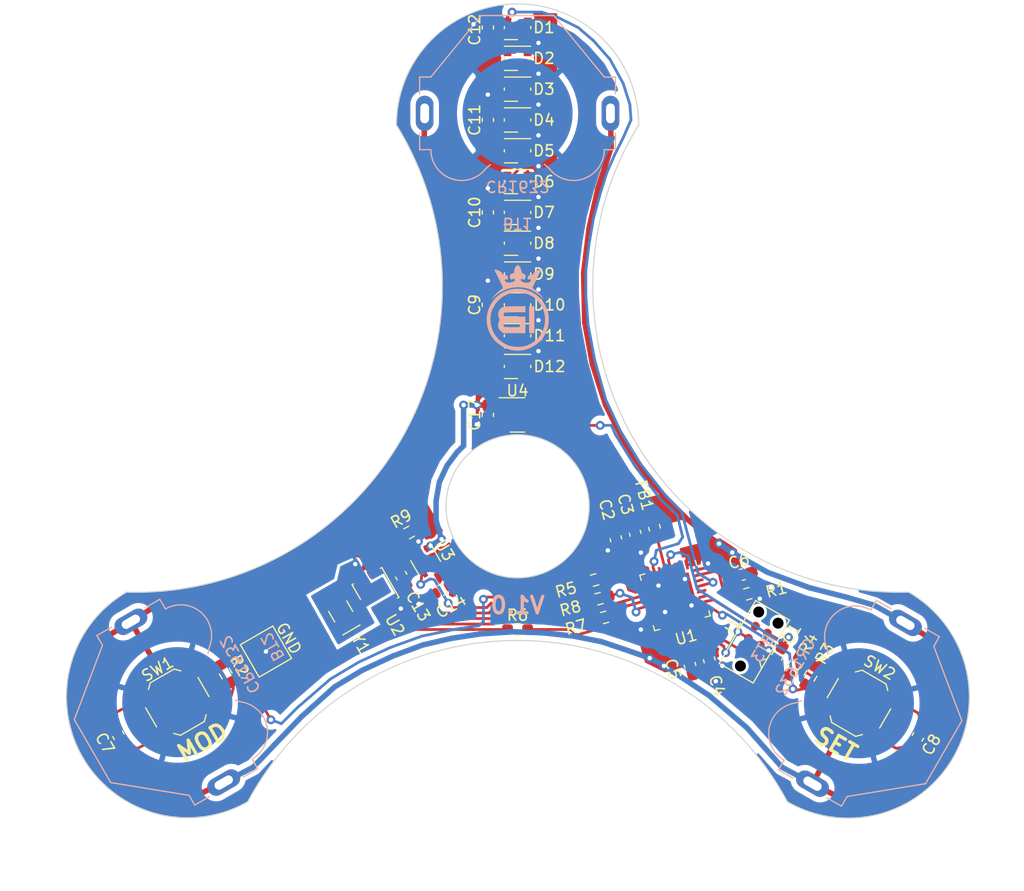
<source format=kicad_pcb>
(kicad_pcb (version 20221018) (generator pcbnew)
  (title_block (title "LED Fidget Spinner") (date "2023-04-26") (rev "1.0") (company "IB"))
  (layers (0 "F.Cu" signal) (31 "B.Cu" signal) (34 "B.Paste" user) (35 "F.Paste" user) (36 "B.SilkS" user "B.Silkscreen") (37 "F.SilkS" user "F.Silkscreen") (38 "B.Mask" user) (39 "F.Mask" user) (44 "Edge.Cuts" user))
  (net 0 "")
  (net 1 "GND")
  (net 2 "NRST")
  (net 3 "+3V0")
  (net 4 "Net-(C7-Pad1)")
  (net 5 "Net-(C8-Pad1)")
  (net 6 "VOUT")
  (net 7 "Net-(D1-DO)")
  (net 8 "LED_DIN")
  (net 9 "Net-(D2-DO)")
  (net 10 "Net-(D3-DO)")
  (net 11 "Net-(D4-DO)")
  (net 12 "Net-(D5-DO)")
  (net 13 "Net-(D6-DO)")
  (net 14 "Net-(D7-DO)")
  (net 15 "Net-(D8-DO)")
  (net 16 "Net-(D10-DI)")
  (net 17 "Net-(D10-DO)")
  (net 18 "Net-(D11-DO)")
  (net 20 "Net-(J1-Pin_1)")
  (net 21 "SWCLK")
  (net 22 "SWDIO")
  (net 23 "TRSWO")
  (net 24 "Net-(U1-PH3)")
  (net 25 "MOD_BTN")
  (net 26 "SET_BTN")
  (net 27 "Net-(U1-PA4)")
  (net 28 "RTC_nCS")
  (net 29 "Net-(U1-PA5)")
  (net 30 "SPI_CLK")
  (net 31 "Net-(U1-PA6)")
  (net 32 "SPI_MISO")
  (net 33 "Net-(U1-PA7)")
  (net 34 "SPI_MOSI")
  (net 35 "Net-(U3-OC)")
  (net 40 "Net-(#FLG02-pwr)")
  (net 46 "HALL_OUT")
  (net 50 "LED_EN")
  (net 51 "OSC32_2")
  (net 52 "OSC32_1")
  (footprint "KiCadCustom:WS2812-2020" (layer "F.Cu") (at 100 70.5)
    (fp_text reference "D6")
    (fp_text value "WS2812C")
  )
  (footprint "Resistor_SMD:R_0603_1608Metric_Pad0.98x0.95mm_HandSolder" (layer "F.Cu") (at 100 111.2 180)
    (fp_text reference "R6")
    (fp_text value "33R")
  )
  (footprint "Button_Switch_SMD:SW_SPST_TL3342" (layer "F.Cu") (at 131 117.9 -30)
    (fp_text reference "SW2")
    (fp_text value "PTS526SM15SMTR2L")
  )
  (footprint "KiCadCustom:WS2812-2020" (layer "F.Cu") (at 100 78.9)
    (fp_text reference "D9")
    (fp_text value "WS2812C")
  )
  (footprint "TestPoint:TestPoint_Pad_3.0x3.0mm" (layer "F.Cu") (at 77.15 113.2 -60)
    (fp_text reference "GND")
    (fp_text value "TestPoint_Pad_3.0x3.0mm")
  )
  (footprint "Capacitor_SMD:C_0603_1608Metric_Pad1.08x0.95mm_HandSolder" (layer "F.Cu") (at 63.75 120.8 120)
    (fp_text reference "C7")
    (fp_text value "100n")
  )
  (footprint "KiCadCustom:WS2812-2020" (layer "F.Cu") (at 100 62.1)
    (fp_text reference "D3")
    (fp_text value "WS2812C")
  )
  (footprint "Resistor_SMD:R_0603_1608Metric_Pad0.98x0.95mm_HandSolder" (layer "F.Cu") (at 73.5 115.2 -60)
    (fp_text reference "R2")
    (fp_text value "100R")
  )
  (footprint "KiCadCustom:WS2812-2020" (layer "F.Cu") (at 100 73.3)
    (fp_text reference "D7")
    (fp_text value "WS2812C")
  )
  (footprint "KiCadCustom:WS2812-2020" (layer "F.Cu") (at 100 67.7)
    (fp_text reference "D5")
    (fp_text value "WS2812C")
  )
  (footprint "KiCadCustom:WS2812-2020" (layer "F.Cu") (at 100 56.5)
    (fp_text reference "D1")
    (fp_text value "WS2812C")
  )
  (footprint "Capacitor_SMD:C_0603_1608Metric_Pad1.08x0.95mm_HandSolder" (layer "F.Cu") (at 97.3 56.5 -90)
    (fp_text reference "C12")
    (fp_text value "100n")
  )
  (footprint "Resistor_SMD:R_0603_1608Metric_Pad0.98x0.95mm_HandSolder" (layer "F.Cu") (at 125.1 114.5 -120)
    (fp_text reference "R4")
    (fp_text value "100R")
  )
  (footprint "Resistor_SMD:R_0603_1608Metric_Pad0.98x0.95mm_HandSolder" (layer "F.Cu") (at 107.9 110.1 -165)
    (fp_text reference "R7")
    (fp_text value "33R")
  )
  (footprint "Capacitor_SMD:C_0603_1608Metric_Pad1.08x0.95mm_HandSolder" (layer "F.Cu") (at 117.408457 113.952358 105)
    (fp_text reference "C4")
    (fp_text value "100n")
  )
  (footprint "KiCadCustom:TC2030-MCP-NL" (layer "F.Cu") (at 120.236266 114.512057 60)
    (fp_text reference "J1")
    (fp_text value "SWD")
  )
  (footprint "Capacitor_SMD:C_0603_1608Metric_Pad1.08x0.95mm_HandSolder" (layer "F.Cu") (at 110.68199 102.452358 105)
    (fp_text reference "C3")
    (fp_text value "1u")
  )
  (footprint "Resistor_SMD:R_0603_1608Metric_Pad0.98x0.95mm_HandSolder" (layer "F.Cu") (at 120.908457 107.952358 -165)
    (fp_text reference "R1")
    (fp_text value "10k")
  )
  (footprint "Capacitor_SMD:C_0603_1608Metric_Pad1.08x0.95mm_HandSolder" (layer "F.Cu") (at 97.3 91.7 90)
    (fp_text reference "C17")
    (fp_text value "100n")
  )
  (footprint "KiCadCustom:Crystal_SMD_Abracon-2Pin_3.2x1.5mm" (layer "F.Cu") (at 83.9375 109.55 120)
    (fp_text reference "Y1")
    (fp_text value "Q13FC13500005")
  )
  (footprint "KiCadCustom:WS2812-2020" (layer "F.Cu") (at 100 84.5)
    (fp_text reference "D11")
    (fp_text value "WS2812C")
  )
  (footprint "Capacitor_SMD:C_0603_1608Metric_Pad1.08x0.95mm_HandSolder" (layer "F.Cu") (at 115.658457 114.452358 105)
    (fp_text reference "C5")
    (fp_text value "4u7")
  )
  (footprint "KiCadCustom:WS2812-2020" (layer "F.Cu") (at 100 87.3)
    (fp_text reference "D12")
    (fp_text value "WS2812C")
  )
  (footprint "Package_DFN_QFN:DFN-8-1EP_3x3mm_P0.65mm_EP1.55x2.4mm" (layer "F.Cu") (at 87.1 107.7 120)
    (fp_text reference "U2")
    (fp_text value "DS1347T+T&R")
  )
  (footprint "Resistor_SMD:R_0603_1608Metric_Pad0.98x0.95mm_HandSolder" (layer "F.Cu") (at 90.156458 102.379839 30)
    (fp_text reference "R9")
    (fp_text value "100k")
  )
  (footprint "Capacitor_SMD:C_0603_1608Metric_Pad1.08x0.95mm_HandSolder" (layer "F.Cu") (at 89.4375 106.3 120)
    (fp_text reference "C13")
    (fp_text value "100n")
  )
  (footprint "KiCadCustom:WS2812-2020" (layer "F.Cu") (at 100 76.1)
    (fp_text reference "D8")
    (fp_text value "WS2812C")
  )
  (footprint "Resistor_SMD:R_0603_1608Metric_Pad0.98x0.95mm_HandSolder" (layer "F.Cu") (at 107 106.7 -165)
    (fp_text reference "R5")
    (fp_text value "33R")
  )
  (footprint "Capacitor_SMD:C_0603_1608Metric_Pad1.08x0.95mm_HandSolder" (layer "F.Cu") (at 97.3 64.9 -90)
    (fp_text reference "C11")
    (fp_text value "100n")
  )
  (footprint "KiCadCustom:WS2812-2020" (layer "F.Cu") (at 100 64.9)
    (fp_text reference "D4")
    (fp_text value "WS2812C")
  )
  (footprint "KiCadCustom:WS2812-2020" (layer "F.Cu") (at 100 59.3)
    (fp_text reference "D2")
    (fp_text value "WS2812C")
  )
  (footprint "Capacitor_SMD:C_0603_1608Metric_Pad1.08x0.95mm_HandSolder" (layer "F.Cu") (at 108.93199 102.952358 105)
    (fp_text reference "C2")
    (fp_text value "10n")
  )
  (footprint "Capacitor_SMD:C_0603_1608Metric_Pad1.08x0.95mm_HandSolder" (layer "F.Cu") (at 97.3 81.7 -90)
    (fp_text reference "C9")
    (fp_text value "100n")
  )
  (footprint "Package_TO_SOT_SMD:SOT-23" (layer "F.Cu") (at 100 91.7)
    (fp_text reference "U4")
    (fp_text value "TMAG5231C1GQDBZR")
  )
  (footprint "Package_TO_SOT_SMD:SOT-353_SC-70-5" (layer "F.Cu") (at 91.656458 104.979839 -60)
    (fp_text reference "U3")
    (fp_text value "TPS22944DCKR")
  )
  (footprint "Package_DFN_QFN:QFN-32-1EP_5x5mm_P0.5mm_EP3.45x3.45mm" (layer "F.Cu") (at 114.297642 108.110815 -75)
    (fp_text reference "U1")
    (fp_text value "STM32L442KCU6")
  )
  (footprint "Resistor_SMD:R_0603_1608Metric_Pad0.98x0.95mm_HandSolder" (layer "F.Cu") (at 107.4 108.4 -165)
    (fp_text reference "R8")
    (fp_text value "33R")
  )
  (footprint "Capacitor_SMD:C_0603_1608Metric_Pad1.08x0.95mm_HandSolder" (layer "F.Cu") (at 93.156458 107.579839 30)
    (fp_text reference "C14")
    (fp_text value "2u2")
  )
  (footprint "Capacitor_SMD:C_0603_1608Metric_Pad1.08x0.95mm_HandSolder" (layer "F.Cu") (at 120.408457 106.202358 -165)
    (fp_text reference "C6")
    (fp_text value "100n")
  )
  (footprint "Button_Switch_SMD:SW_SPST_TL3342" (layer "F.Cu") (at 69.1 117.8 -150)
    (fp_text reference "SW1")
    (fp_text value "PTS526SM15SMTR2L")
  )
  (footprint "Capacitor_SMD:C_0603_1608Metric_Pad1.08x0.95mm_HandSolder" (layer "F.Cu") (at 97.3 73.3 -90)
    (fp_text reference "C10")
    (fp_text value "100n")
  )
  (footprint "Capacitor_SMD:C_0603_1608Metric_Pad1.08x0.95mm_HandSolder" (layer "F.Cu") (at 123.6 113.6 60)
    (fp_text reference "C1")
    (fp_text value "100n")
  )
  (footprint "Inductor_SMD:L_0603_1608Metric_Pad1.05x0.95mm_HandSolder" (layer "F.Cu") (at 112.43199 101.952358 -75)
    (fp_text reference "FB1")
    (fp_text value "MPZ1608S221ATA00")
  )
  (footprint "KiCadCustom:WS2812-2020" (layer "F.Cu") (at 100 81.7)
    (fp_text reference "D10")
    (fp_text value "WS2812C")
  )
  (footprint "Resistor_SMD:R_0603_1608Metric_Pad0.98x0.95mm_HandSolder" (layer "F.Cu") (at 126.6 115.4 60)
    (fp_text reference "R3")
    (fp_text value "100R")
  )
  (footprint "Capacitor_SMD:C_0603_1608Metric_Pad1.08x0.95mm_HandSolder" (layer "F.Cu") (at 136.35 120.95 -120)
    (fp_text reference "C8")
    (fp_text value "100n")
  )
  (footprint "KiCadCustom:BatteryHolder_Keystone_3013_1x1632_THT" (layer "B.Cu") (at 131 117.9 -120)
    (fp_text reference "BT3")
    (fp_text value "KS_3013")
  )
  (footprint "KiCadCustom:BatteryHolder_Keystone_3013_1x1632_THT" (layer "B.Cu") (at 100 64.3)
    (fp_text reference "BT1")
    (fp_text value "KS_3013")
  )
  (footprint "KiCadCustom:IBLogo" (layer "B.Cu") (at 100 82 180)
    (fp_text reference "G***" hide)
    (fp_text value "LOGO" hide)
  )
  (footprint "KiCadCustom:BatteryHolder_Keystone_3013_1x1632_THT" (layer "B.Cu") (at 69.1 117.8 120)
    (fp_text reference "BT2")
    (fp_text value "KS_3013")
  )
  (gr_arc (start 75.5 126.846999) (mid 60.474376 122.821649) (end 64.498701 107.795751) (stroke (width 0.1)) (layer "Edge.Cuts"))
  (gr_arc (start 88.999999 65.359) (mid 89.440758 93.904891) (end 64.498701 107.795751) (stroke (width 0.1)) (layer "Edge.Cuts"))
  (gr_arc (start 135.499634 107.794788) (mid 139.526105 122.820816) (end 124.499999 126.846999) (stroke (width 0.1)) (layer "Edge.Cuts"))
  (gr_arc (start 135.499634 107.794788) (mid 110.558673 93.903926) (end 111 65.359) (stroke (width 0.1)) (layer "Edge.Cuts"))
  (gr_arc (start 89 65.359) (mid 100 54.359) (end 111 65.359) (stroke (width 0.1)) (layer "Edge.Cuts"))
  (gr_circle (center 100 100) (end 106.5 100) (stroke (width 0.1)) (fill none) (layer "Edge.Cuts"))
  (gr_arc (start 75.5 126.847) (mid 99.999999 112.192602) (end 124.499999 126.846999) (stroke (width 0.1)) (layer "Edge.Cuts"))
  (gr_text "CR1632" (at 75.75 117.3 -60) (layer "B.SilkS") (effects (font (size 1 1)) (justify left bottom mirror)))
  (gr_text "CR1632" (at 127.25 112.3 60) (layer "B.SilkS") (effects (font (size 1 1)) (justify left bottom mirror)))
  (gr_text "CR1632" (at 100 70.35 180) (layer "B.SilkS") (effects (font (size 1 1)) (justify bottom mirror)))
  (gr_text "V1.0" (at 100 109) (layer "B.SilkS") (effects (font (size 1.5 1.5) (thickness 0.3) bold) (justify mirror)))
  (gr_text "SET" (at 126.6 121.3 -30) (layer "F.SilkS") (effects (font (size 1.5 1.5) (thickness 0.3) bold) (justify left bottom)))
  (gr_text "MOD" (at 69.6 123.5 30) (layer "F.SilkS") (effects (font (size 1.5 1.5) (thickness 0.3) bold) (justify left bottom)))
  (segment (start 85.956458 108.879839) (end 86.656458 110.179839) (width 0.25) (layer "F.Cu") (net 1))
  (segment (start 84.256458 112.079839) (end 86.456458 110.779839) (width 0.25) (layer "F.Cu") (net 1))
  (segment (start 112.396131 110.432057) (end 111.4 110.7) (width 0.25) (layer "F.Cu") (net 1))
  (segment (start 89.86875 107.046947) (end 91 108.9) (width 0.5) (layer "F.Cu") (net 1))
  (segment (start 121.789864 107.716186) (end 122 108.4) (width 0.5) (layer "F.Cu") (net 1))
  (segment (start 86.056458 108.279839) (end 85.956458 108.879839) (width 0.25) (layer "F.Cu") (net 1))
  (segment (start 110.905221 103.285469) (end 111.197642 104.210815) (width 0.25) (layer "F.Cu") (net 1))
  (segment (start 83.956458 105.979839) (end 83.756458 106.879839) (width 0.25) (layer "F.Cu") (net 1))
  (segment (start 117.631688 114.785469) (end 118 115.9) (width 0.5) (layer "F.Cu") (net 1))
  (segment (start 97.3 71.1) (end 97.3 72.4375) (width 0.25) (layer "F.Cu") (net 1))
  (segment (start 117.1 105.6) (end 117.3 105.2) (width 0.25) (layer "F.Cu") (net 1))
  (segment (start 115.881688 115.285469) (end 117.631688 114.785469) (width 0.5) (layer "F.Cu") (net 1))
  (segment (start 96.3 92.562499) (end 97.3 92.5625) (width 0.25) (layer "F.Cu") (net 1))
  (segment (start 91.181458 104.157115) (end 90.9 103.7) (width 0.25) (layer "F.Cu") (net 1))
  (segment (start 97.3 55.6375) (end 96.6 55.6) (width 0.25) (layer "F.Cu") (net 1))
  (segment (start 109.155221 103.785469) (end 108.197642 104.010815) (width 0.25) (layer "F.Cu") (net 1))
  (segment (start 111.4 110.7) (end 111.2 111.2) (width 0.25) (layer "F.Cu") (net 1))
  (segment (start 92.409511 108.011089) (end 91 108.9) (width 0.5) (layer "F.Cu") (net 1))
  (segment (start 86.456458 110.779839) (end 86.656458 110.179839) (width 0.25) (layer "F.Cu") (net 1))
  (segment (start 87.1 107.7) (end 86.056458 108.279839) (width 0.25) (layer "F.Cu") (net 1))
  (segment (start 98.1625 91.7) (end 97.3 92.5625) (width 0.25) (layer "F.Cu") (net 1))
  (segment (start 81.756458 108.779839) (end 83.456458 111.779839) (width 0.25) (layer "F.Cu") (net 1))
  (segment (start 89.1 109.2) (end 89.4 109.3) (width 0.25) (layer "F.Cu") (net 1))
  (segment (start 85.256458 105.255339) (end 83.956458 105.979839) (width 0.25) (layer "F.Cu") (net 1))
  (segment (start 100.9375 91.7) (end 98.1625 91.7) (width 0.25) (layer "F.Cu") (net 1))
  (segment (start 121.789864 107.716186) (end 123 107.4) (width 0.5) (layer "F.Cu") (net 1))
  (segment (start 83.756458 106.879839) (end 81.856458 107.979839) (width 0.25) (layer "F.Cu") (net 1))
  (segment (start 117.631688 114.785469) (end 118.6 114.5) (width 0.5) (layer "F.Cu") (net 1))
  (segment (start 122.8 113.1) (end 123.16875 114.346947) (width 0.25) (layer "F.Cu") (net 1))
  (segment (start 81.856458 107.979839) (end 81.756458 108.779839) (width 0.25) (layer "F.Cu") (net 1))
  (segment (start 121.241568 105.979127) (end 121.789864 107.716186) (width 0.5) (layer "F.Cu") (net 1))
  (segment (start 96.6 55.6) (end 96 56.2) (width 0.25) (layer "F.Cu") (net 1))
  (segment (start 83.456458 111.779839) (end 84.256458 112.079839) (width 0.25) (layer "F.Cu") (net 1))
  (segment (start 90.9 103.7) (end 91 103.2) (width 0.25) (layer "F.Cu") (net 1))
  (segment (start 88.719375 108.554839) (end 89.1 109.2) (width 0.25) (layer "F.Cu") (net 1))
  (segment (start 122.047532 112.624852) (end 122.8 113.1) (width 0.25) (layer "F.Cu") (net 1))
  (segment (start 97.3 64.0375) (end 97.3 62.6) (width 0.25) (layer "F.Cu") (net 1))
  (segment (start 97.3 80.8375) (end 97.3 79.5) (width 0.25) (layer "F.Cu") (net 1))
  (segment (start 116.199153 105.789573) (end 117.1 105.6) (width 0.25) (layer "F.Cu") (net 1))
  (via (at 101.9 71.9) (size 0.8) (drill 0.4) (layers "F.Cu" "B.Cu") (net 1))
  (via (at 101.9 85.9) (size 0.8) (drill 0.4) (layers "F.Cu" "B.Cu") (net 1))
  (via (at 101.9 57.9) (size 0.8) (drill 0.4) (layers "F.Cu" "B.Cu") (net 1))
  (via (at 118 115.9) (size 0.8) (drill 0.4) (layers "F.Cu" "B.Cu") (net 1))
  (via (at 97.3 71.1) (size 0.8) (drill 0.4) (layers "F.Cu" "B.Cu") (net 1))
  (via (at 111.197642 104.210815) (size 0.8) (drill 0.4) (layers "F.Cu" "B.Cu") (net 1))
  (via (at 85.256458 105.255339) (size 0.8) (drill 0.4) (layers "F.Cu" "B.Cu") (net 1))
  (via (at 97.3 79.5) (size 0.8) (drill 0.4) (layers "F.Cu" "B.Cu") (net 1))
  (via (at 101.9 77.5) (size 0.8) (drill 0.4) (layers "F.Cu" "B.Cu") (net 1))
  (via (at 115.797642 109.010815) (size 0.8) (drill 0.4) (layers "F.Cu" "B.Cu") (net 1))
  (via (at 101.9 60.7) (size 0.8) (drill 0.4) (layers "F.Cu" "B.Cu") (net 1))
  (via (at 91 103.2) (size 0.8) (drill 0.4) (layers "F.Cu" "B.Cu") (net 1))
  (via (at 97.3 62.6) (size 0.8) (drill 0.4) (layers "F.Cu" "B.Cu") (net 1))
  (via (at 96 56.2) (size 0.8) (drill 0.4) (layers "F.Cu" "B.Cu") (net 1))
  (via (at 101.9 83.1) (size 0.8) (drill 0.4) (layers "F.Cu" "B.Cu") (net 1))
  (via (at 108.197642 104.010815) (size 0.8) (drill 0.4) (layers "F.Cu" "B.Cu") (net 1))
  (via (at 89.4 109.3) (size 0.8) (drill 0.4) (layers "F.Cu" "B.Cu") (net 1))
  (via (at 101.9 63.5) (size 0.8) (drill 0.4) (layers "F.Cu" "B.Cu") (net 1))
  (via (at 111.2 111.2) (size 0.8) (drill 0.4) (layers "F.Cu" "B.Cu") (net 1))
  (via (at 101.9 80.3) (size 0.8) (drill 0.4) (layers "F.Cu" "B.Cu") (net 1))
  (via (at 123 107.4) (size 0.8) (drill 0.4) (layers "F.Cu" "B.Cu") (net 1))
  (via (at 112.797642 107.210815) (size 0.8) (drill 0.4) (layers "F.Cu" "B.Cu") (net 1))
  (via (at 122 108.4) (size 0.8) (drill 0.4) (layers "F.Cu" "B.Cu") (net 1))
  (via (at 118.6 114.5) (size 0.8) (drill 0.4) (layers "F.Cu" "B.Cu") (net 1))
  (via (at 101.9 66.3) (size 0.8) (drill 0.4) (layers "F.Cu" "B.Cu") (net 1))
  (via (at 122.8 113.1) (size 0.8) (drill 0.4) (layers "F.Cu" "B.Cu") (net 1))
  (via (at 101.9 69.1) (size 0.8) (drill 0.4) (layers "F.Cu" "B.Cu") (net 1))
  (via (at 91 108.9) (size 0.8) (drill 0.4) (layers "F.Cu" "B.Cu") (net 1))
  (via (at 113.397642 109.610815) (size 0.8) (drill 0.4) (layers "F.Cu" "B.Cu") (net 1))
  (via (at 117.3 105.2) (size 0.8) (drill 0.4) (layers "F.Cu" "B.Cu") (net 1))
  (via (at 115.197642 106.610815) (size 0.8) (drill 0.4) (layers "F.Cu" "B.Cu") (net 1))
  (via (at 96.3 92.562499) (size 0.8) (drill 0.4) (layers "F.Cu" "B.Cu") (net 1))
  (via (at 101.9 74.7) (size 0.8) (drill 0.4) (layers "F.Cu" "B.Cu") (net 1))
  (via (at 77.15 113.2) (size 0.8) (drill 0.4) (layers "F.Cu" "B.Cu") (net 1))
  (segment (start 123.7 112.1) (end 124.03125 112.853053) (width 0.25) (layer "F.Cu") (net 2))
  (segment (start 124.03125 112.853053) (end 124.6 111.9) (width 0.25) (layer "F.Cu") (net 2))
  (segment (start 122.682532 111.525) (end 123.7 112.1) (width 0.25) (layer "F.Cu") (net 2))
  (segment (start 113.7 104.9) (end 113.9 104.4) (width 0.25) (layer "F.Cu") (net 2))
  (segment (start 113.908252 105.691666) (end 113.7 104.9) (width 0.25) (layer "F.Cu") (net 2))
  (via (at 124.6 111.9) (size 0.8) (drill 0.4) (layers "F.Cu" "B.Cu") (net 2))
  (via (at 113.9 104.4) (size 0.8) (drill 0.4) (layers "F.Cu" "B.Cu") (net 2))
  (segment (start 116.3 107.5) (end 115.5 104.5) (width 0.25) (layer "B.Cu") (net 2))
  (segment (start 123.728812 112.254381) (end 116.3 107.5) (width 0.25) (layer "B.Cu") (net 2))
  (segment (start 115.5 104.5) (end 114.7 104.2) (width 0.25) (layer "B.Cu") (net 2))
  (segment (start 124.6 111.9) (end 123.728812 112.254381) (width 0.25) (layer "B.Cu") (net 2))
  (segment (start 114.7 104.2) (end 113.9 104.4) (width 0.25) (layer "B.Cu") (net 2))
  (segment (start 139.6 118.5) (end 139.6 117.2) (width 0.5) (layer "F.Cu") (net 3))
  (segment (start 63.6 118.7) (end 63.31875 120.053053) (width 0.25) (layer "F.Cu") (net 3))
  (segment (start 83.221818 102.621818) (end 81.7 103.8) (width 0.5) (layer "F.Cu") (net 3))
  (segment (start 93.3 87.1) (end 91.9 91.3) (width 0.5) (layer "F.Cu") (net 3))
  (segment (start 109.8 94.4) (end 112 97.6) (width 0.5) (layer "F.Cu") (net 3))
  (segment (start 108 90.8) (end 109.8 94.4) (width 0.5) (layer "F.Cu") (net 3))
  (segment (start 128 116.7) (end 127.32202 117.970448) (width 0.25) (layer "F.Cu") (net 3))
  (segment (start 67.6 115.1) (end 69.103848 115.603848) (width 0.5) (layer "F.Cu") (net 3))
  (segment (start 61.1 120.9) (end 61.8 122.4) (width 0.5) (layer "F.Cu") (net 3))
  (segment (start 117 102.5) (end 118.3 103.4) (width 0.5) (layer "F.Cu") (net 3))
  (segment (start 108.435 64.3) (end 108.5 67.4) (width 0.5) (layer "F.Cu") (net 3))
  (segment (start 137.3 111.9) (end 135.2175 110.595076) (width 0.5) (layer "F.Cu") (net 3))
  (segment (start 138.3 122.5) (end 138.9 121.2) (width 0.5) (layer "F.Cu") (net 3))
  (segment (start 134.4 122) (end 135.91875 121.696947) (width 0.25) (layer "F.Cu") (net 3))
  (segment (start 78.8 105.4) (end 75.3 106.9) (width 0.5) (layer "F.Cu") (net 3))
  (segment (start 136.5 124.5) (end 137.4 123.6) (width 0.5) (layer "F.Cu") (net 3))
  (segment (start 66.2 125.9) (end 67.7 126.3) (width 0.5) (layer "F.Cu") (net 3))
  (segment (start 64.9 125.3) (end 66.2 125.9) (width 0.5) (layer "F.Cu") (net 3))
  (segment (start 91.9 91.3) (end 90.1 94.9) (width 0.5) (layer "F.Cu") (net 3))
  (segment (start 65.42202 117.729552) (end 63.6 118.7) (width 0.25) (layer "F.Cu") (net 3))
  (segment (start 65.42202 117.729552) (end 67.392116 116.592116) (width 0.5) (layer "F.Cu") (net 3))
  (segment (start 67.6 115.1) (end 67.392116 116.592116) (width 0.5) (layer "F.Cu") (net 3))
  (segment (start 62.7 123.5) (end 63.7 124.5) (width 0.5) (layer "F.Cu") (net 3))
  (segment (start 69.2 126.4) (end 70.8 126.3) (width 0.5) (layer "F.Cu") (net 3))
  (segment (start 61.8 122.4) (end 62.7 123.5) (width 0.5) (layer "F.Cu") (net 3))
  (segment (start 127.32202 117.970448) (end 129.165321 119.034679) (width 0.5) (layer "F.Cu") (net 3))
  (segment (start 106.1 83.3) (end 106.8 87.1) (width 0.5) (layer "F.Cu") (net 3))
  (segment (start 92.9 71.7) (end 93.7 75.2) (width 0.5) (layer "F.Cu") (net 3))
  (segment (start 114.6 100.5) (end 117 102.5) (width 0.5) (layer "F.Cu") (net 3))
  (segment (start 64.8825 110.495076) (end 67.6 115.1) (width 0.5) (layer "F.Cu") (net 3))
  (segment (start 83.221818 102.621818) (end 84.9 101.1) (width 0.5) (layer "F.Cu") (net 3))
  (segment (start 69.103848 115.603848) (end 70.87798 114.579552) (width 0.5) (layer "F.Cu") (net 3))
  (segment (start 139.3 115.6) (end 138.7 114.1) (width 0.5) (layer "F.Cu") (net 3))
  (segment (start 129.4 120.4) (end 129.165321 119.034679) (width 0.5) (layer "F.Cu") (net 3))
  (segment (start 132.77798 121.120448) (end 134.4 122) (width 0.25) (layer "F.Cu") (net 3))
  (segment (start 126.7825 125.204924) (end 129.4 120.4) (width 0.5) (layer "F.Cu") (net 3))
  (segment (start 60.6 119.3) (end 61.1 120.9) (width 0.5) (layer "F.Cu") (net 3))
  (segment (start 63.1 111.6) (end 62.1 112.8) (width 0.5) (layer "F.Cu") (net 3))
  (segment (start 75.3 106.9) (end 72 107.8) (width 0.5) (layer "F.Cu") (net 3))
  (segment (start 130.9 126.5) (end 132.4 126.4) (width 0.5) (layer "F.Cu") (net 3))
  (segment (start 91.5 67.5) (end 92.9 71.7) (width 0.5) (layer "F.Cu") (net 3))
  (segment (start 129.4 120.4) (end 130.68686 119.91314) (width 0.5) (layer "F.Cu") (net 3))
  (segment (start 89.00625 105.553053) (end 88.2 104.3) (width 0.25) (layer "F.Cu") (net 3))
  (segment (start 86.2 105.5) (end 86.3 104.8) (width 0.25) (layer "F.Cu") (net 3))
  (segment (start 62.1 112.8) (end 61.3 114.2) (width 0.5) (layer "F.Cu") (net 3))
  (segment (start 64.8825 110.495076) (end 63.1 111.6) (width 0.5) (layer "F.Cu") (net 3))
  (segment (start 67.7 126.3) (end 69.2 126.4) (width 0.5) (layer "F.Cu") (net 3))
  (segment (start 137.4 123.6) (end 138.3 122.5) (width 0.5) (layer "F.Cu") (net 3))
  (segment (start 107.3 71.1) (end 106.5 74.7) (width 0.5) (layer "F.Cu") (net 3))
  (segment (start 112 97.6) (end 114.6 100.5) (width 0.5) (layer "F.Cu") (net 3))
  (segment (start 138.7 114.1) (end 138 112.8) (width 0.5) (layer "F.Cu") (net 3))
  (segment (start 72 107.8) (end 68 108.5) (width 0.5) (layer "F.Cu") (net 3))
  (segment (start 126.7825 125.204924) (end 129.1 126.4) (width 0.5) (layer "F.Cu") (net 3))
  (segment (start 81.7 103.8) (end 78.8 105.4) (width 0.5) (layer "F.Cu") (net 3))
  (segment (start 68 108.5) (end 64.8825 110.495076) (width 0.5) (layer "F.Cu") (net 3))
  (segment (start 94.1 78.5) (end 94 82) (width 0.5) (layer "F.Cu") (net 3))
  (segment (start 63.7 124.5) (end 64.9 125.3) (width 0.5) (layer "F.Cu") (net 3))
  (segment (start 133.9 126) (end 135.3 125.4) (width 0.5) (layer "F.Cu") (net 3))
  (segment (start 87.9 98) (end 84.9 101.1) (width 0.5) (layer "F.Cu") (net 3))
  (segment (start 60.5 117.5) (end 60.6 119.3) (width 0.5) (layer "F.Cu") (net 3))
  (segment (start 108.5 67.4) (end 107.3 71.1) (width 0.5) (layer "F.Cu") (net 3))
  (segment (start 93.7 75.2) (end 94.1 78.5) (width 0.5) (layer "F.Cu") (net 3))
  (segment (start 90.1 94.9) (end 87.9 98) (width 0.5) (layer "F.Cu") (net 3))
  (segment (start 135.3 125.4) (end 136.5 124.5) (width 0.5) (layer "F.Cu") (net 3))
  (segment (start 125.4 114.6) (end 127.8 116.1) (width 0.25) (layer "F.Cu") (net 3))
  (segment (start 130.68686 119.91314) (end 132.77798 121.120448) (width 0.5) (layer "F.Cu") (net 3))
  (segment (start 106.8 87.1) (end 108 90.8) (width 0.5) (layer "F.Cu") (net 3))
  (segment (start 129.1 126.4) (end 130.9 126.5) (width 0.5) (layer "F.Cu") (net 3))
  (segment (start 86.606458 106.195161) (end 86.2 105.5) (width 0.25) (layer "F.Cu") (net 3))
  (segment (start 91.565 64.3) (end 91.5 67.5) (width 0.5) (layer "F.Cu") (net 3))
  (segment (start 138.9 121.2) (end 139.4 119.9) (width 0.5) (layer "F.Cu") (net 3))
  (segment (start 106 78.8) (end 106.1 83.3) (width 0.5) (layer "F.Cu") (net 3))
  (segment (start 88.2 104.3) (end 87.5 104.1) (width 0.25) (layer "F.Cu") (net 3))
  (segment (start 70.8 126.3) (end 73.3175 125.104924) (width 0.5) (layer "F.Cu") (net 3))
  (segment (start 127.8 116.1) (end 128 116.7) (width 0.25) (layer "F.Cu") (net 3))
  (segment (start 86.3 104.8) (end 87.5 104.1) (width 0.25) (layer "F.Cu") (net 3))
  (segment (start 61.3 114.2) (end 60.7 115.8) (width 0.5) (layer "F.Cu") (net 3))
  (segment (start 60.7 115.8) (end 60.5 117.5) (width 0.5) (layer "F.Cu") (net 3))
  (segment (start 125.55625 113.709752) (end 125.3 114.1) (width 0.25) (layer "F.Cu") (net 3))
  (segment (start 139.6 117.2) (end 139.3 115.6) (width 0.5) (layer "F.Cu") (net 3))
  (segment (start 94 82) (end 93.3 87.1) (width 0.5) (layer "F.Cu") (net 3))
  (segment (start 106.5 74.7) (end 106 78.8) (width 0.5) (layer "F.Cu") (net 3))
  (segment (start 139.4 119.9) (end 139.6 118.5) (width 0.5) (layer "F.Cu") (net 3))
  (segment (start 125.3 114.1) (end 125.4 114.6) (width 0.25) (layer "F.Cu") (net 3))
  (segment (start 132.4 126.4) (end 133.9 126) (width 0.5) (layer "F.Cu") (net 3))
  (segment (start 138 112.8) (end 137.3 111.9) (width 0.5) (layer "F.Cu") (net 3))
  (via (at 112 113.8) (size 0.8) (drill 0.4) (layers "F.Cu" "B.Cu") (net 3))
  (via (at 118.3 103.4) (size 0.8) (drill 0.4) (layers "F.Cu" "B.Cu") (net 3))
  (via (at 119.5 104.2) (size 0.8) (drill 0.4) (layers "F.Cu" "B.Cu") (net 3))
  (via (at 113.3 114.5) (size 0.8) (drill 0.4) (layers "F.Cu" "B.Cu") (net 3))
  (segment (start 126.5 107.4) (end 130 108.3) (width 0.5) (layer "B.Cu") (net 3))
  (segment (start 85.9 114.9) (end 88.7 113.6) (width 0.5) (layer "B.Cu") (net 3))
  (segment (start 122.7 106) (end 126.5 107.4) (width 0.5) (layer "B.Cu") (net 3))
  (segment (start 119.5 104.2) (end 122.7 106) (width 0.5) (layer "B.Cu") (net 3))
  (segment (start 126.7825 125.204924) (end 124 123.7) (width 0.5) (layer "B.Cu") (net 3))
  (segment (start 94 112) (end 96.6 111.6) (width 0.5) (layer "B.Cu") (net 3))
  (segment (start 102.3 111.5) (end 105.1 111.8) (width 0.5) (layer "B.Cu") (net 3))
  (segment (start 80.4 119.1) (end 83.4 116.4) (width 0.5) (layer "B.Cu") (net 3))
  (segment (start 96.6 111.6) (end 99.6 111.4) (width 0.5) (layer "B.Cu") (net 3))
  (segment (start 124 123.7) (end 120.8 120.1) (width 0.5) (layer "B.Cu") (net 3))
  (segment (start 119.5 104.2) (end 118.3 103.4) (width 0.5) (layer "B.Cu") (net 3))
  (segment (start 105.1 111.8) (end 107.6 112.3) (width 0.5) (layer "B.Cu") (net 3))
  (segment (start 73.3175 125.104924) (end 76 123.7) (width 0.5) (layer "B.Cu") (net 3))
  (segment (start 91.4 112.6) (end 94 112) (width 0.5) (layer "B.Cu") (net 3))
  (segment (start 117.4 117.2) (end 113.3 114.5) (width 0.5) (layer "B.Cu") (net 3))
  (segment (start 88.7 113.6) (end 91.4 112.6) (width 0.5) (layer "B.Cu") (net 3))
  (segment (start 132.4 109) (end 135.2175 110.595076) (width 0.5) (layer "B.Cu") (net 3))
  (segment (start 112 113.8) (end 113.3 114.5) (width 0.5) (layer "B.Cu") (net 3))
  (segment (start 76 123.7) (end 77.9 121.7) (width 0.5) (layer "B.Cu") (net 3))
  (segment (start 120.8 120.1) (end 117.4 117.2) (width 0.5) (layer "B.Cu") (net 3))
  (segment (start 99.6 111.4) (end 102.3 111.5) (width 0.5) (layer "B.Cu") (net 3))
  (segment (start 83.4 116.4) (end 85.9 114.9) (width 0.5) (layer "B.Cu") (net 3))
  (segment (start 77.9 121.7) (end 80.4 119.1) (width 0.5) (layer "B.Cu") (net 3))
  (segment (start 107.6 112.3) (end 109.7 113) (width 0.5) (layer "B.Cu") (net 3))
  (segment (start 109.7 113) (end 112 113.8) (width 0.5) (layer "B.Cu") (net 3))
  (segment (start 130 108.3) (end 132.4 109) (width 0.5) (layer "B.Cu") (net 3))
  (segment (start 67.32202 121.020448) (end 72.77798 117.870448) (width 0.25) (layer "F.Cu") (net 4))
  (segment (start 72.77798 117.870448) (end 74 117.2) (width 0.25) (layer "F.Cu") (net 4))
  (segment (start 74 117.2) (end 74.2 116.5) (width 0.25) (layer "F.Cu") (net 4))
  (segment (start 67.32202 121.020448) (end 65.5 122) (width 0.25) (layer "F.Cu") (net 4))
  (segment (start 65.5 122) (end 64.18125 121.546947) (width 0.25) (layer "F.Cu") (net 4))
  (segment (start 74.2 116.5) (end 73.95625 115.990248) (width 0.25) (layer "F.Cu") (net 4))
  (segment (start 127.3 114.2) (end 127.05625 114.609752) (width 0.25) (layer "F.Cu") (net 5))
  (segment (start 134.67798 117.829552) (end 136.4 118.8) (width 0.25) (layer "F.Cu") (net 5))
  (segment (start 129.22202 114.679552) (end 128.2 114.1) (width 0.25) (layer "F.Cu") (net 5))
  (segment (start 136.4 118.8) (end 136.78125 120.203053) (width 0.25) (layer "F.Cu") (net 5))
  (segment (start 128.2 114.1) (end 127.3 114.2) (width 0.25) (layer "F.Cu") (net 5))
  (segment (start 134.67798 117.829552) (end 129.22202 114.679552) (width 0.25) (layer "F.Cu") (net 5))
  (segment (start 95.1 90.8) (end 96.3 90.8) (width 0.5) (layer "F.Cu") (net 6))
  (segment (start 92.1 103.6) (end 93.1 103) (width 0.5) (layer "F.Cu") (net 6))
  (segment (start 99.0625 90.75) (end 97.3875 90.75) (width 0.25) (layer "F.Cu") (net 6))
  (segment (start 96.3 90.8) (end 96.814084 90.79869) (width 0.5) (layer "F.Cu") (net 6))
  (segment (start 91.744375 103.832115) (end 92.1 103.6) (width 0.5) (layer "F.Cu") (net 6))
  (segment (start 97.3875 90.75) (end 97.3 90.8375) (width 0.25) (layer "F.Cu") (net 6))
  (segment (start 96.814084 90.79869) (end 97.3 90.8375) (width 0.5) (layer "F.Cu") (net 6))
  (via (at 95.1 90.8) (size 0.8) (drill 0.4) (layers "F.Cu" "B.Cu") (net 6))
  (via (at 93.1 103) (size 0.8) (drill 0.4) (layers "F.Cu" "B.Cu") (net 6))
  (via (at 92.1 103.6) (size 0.8) (drill 0.4) (layers "F.Cu" "B.Cu") (net 6))
  (via (at 96.3 90.8) (size 0.8) (drill 0.4) (layers "F.Cu" "B.Cu") (net 6))
  (segment (start 92.1 103.6) (end 93.1 103) (width 0.5) (layer "B.Cu") (net 6))
  (segment (start 95.1 90.8) (end 96.3 90.8) (width 0.5) (layer "B.Cu") (net 6))
  (segment (start 93.1 103) (end 92.6 101.3) (width 0.5) (layer "B.Cu") (net 6))
  (segment (start 92.9 97.8) (end 93.6 96.3) (width 0.5) (layer "B.Cu") (net 6))
  (segment (start 95.1 94.5) (end 95.1 90.8) (width 0.5) (layer "B.Cu") (net 6))
  (segment (start 92.6 99.5) (end 92.9 97.8) (width 0.5) (layer "B.Cu") (net 6))
  (segment (start 93.6 96.3) (end 94.5 95.1) (width 0.5) (layer "B.Cu") (net 6))
  (segment (start 94.5 95.1) (end 95.1 94.5) (width 0.5) (layer "B.Cu") (net 6))
  (segment (start 92.6 101.3) (end 92.6 99.5) (width 0.5) (layer "B.Cu") (net 6))
  (segment (start 99.75 58.75) (end 100 58.5) (width 0.25) (layer "F.Cu") (net 7))
  (segment (start 100 58.5) (end 100 57.5) (width 0.25) (layer "F.Cu") (net 7))
  (segment (start 99.085 58.75) (end 99.75 58.75) (width 0.25) (layer "F.Cu") (net 7))
  (segment (start 100 57.5) (end 100.45 57.05) (width 0.25) (layer "F.Cu") (net 7))
  (segment (start 100.45 57.05) (end 100.915 57.05) (width 0.25) (layer "F.Cu") (net 7))
  (segment (start 99.084712 55.515287) (end 99.5 55.1) (width 0.25) (layer "F.Cu") (net 8))
  (segment (start 99.085 55.95) (end 99.084712 55.515287) (width 0.25) (layer "F.Cu") (net 8))
  (segment (start 116.587381 107.238462) (end 117.747642 106.910815) (width 0.25) (layer "F.Cu") (net 8))
  (via (at 117.747642 106.910815) (size 0.8) (drill 0.4) (layers "F.Cu" "B.Cu") (net 8))
  (via (at 99.5 55.1) (size 0.8) (drill 0.4) (layers "F.Cu" "B.Cu") (net 8))
  (segment (start 108.1 69.7) (end 107.5 71.6) (width 0.25) (layer "B.Cu") (net 8))
  (segment (start 110.3 64.9) (end 109.6 66.5) (width 0.25) (layer "B.Cu") (net 8))
  (segment (start 109.3 93.1) (end 111.2 96.2) (width 0.25) (layer "B.Cu") (net 8))
  (segment (start 107.5 71.6) (end 106.9 73.8) (width 0.25) (layer "B.Cu") (net 8))
  (segment (start 113.5 99.1) (end 114.9 100.5) (width 0.25) (layer "B.Cu") (net 8))
  (segment (start 103.7 55.6) (end 105.5 56.5) (width 0.25) (layer "B.Cu") (net 8))
  (segment (start 106.9 57.7) (end 108.4 59.4) (width 0.25) (layer "B.Cu") (net 8))
  (segment (start 106.2 80.8) (end 106.4 83.5) (width 0.25) (layer "B.Cu") (net 8))
  (segment (start 102.2 55.1) (end 103.7 55.6) (width 0.25) (layer "B.Cu") (net 8))
  (segment (start 108.8 68.1) (end 108.1 69.7) (width 0.25) (layer "B.Cu") (net 8))
  (segment (start 106.2 78.6) (end 106.2 80.8) (width 0.25) (layer "B.Cu") (net 8))
  (segment (start 106.9 73.8) (end 106.5 76.1) (width 0.25) (layer "B.Cu") (net 8))
  (segment (start 116.4 106.1) (end 114.9 100.5) (width 0.25) (layer "B.Cu") (net 8))
  (segment (start 106.5 76.1) (end 106.2 78.6) (width 0.25) (layer "B.Cu") (net 8))
  (segment (start 109.6 66.5) (end 108.8 68.1) (width 0.25) (layer "B.Cu") (net 8))
  (segment (start 109.6 61.6) (end 110.2 63.5) (width 0.25) (layer "B.Cu") (net 8))
  (segment (start 106.4 83.5) (end 107 86.7) (width 0.25) (layer "B.Cu") (net 8))
  (segment (start 108.4 59.4) (end 109.6 61.6) (width 0.25) (layer "B.Cu") (net 8))
  (segment (start 99.5 55.1) (end 102.2 55.1) (width 0.25) (layer "B.Cu") (net 8))
  (segment (start 111.2 96.2) (end 113.5 99.1) (width 0.25) (layer "B.Cu") (net 8))
  (segment (start 117.747642 106.910815) (end 116.4 106.1) (width 0.25) (layer "B.Cu") (net 8))
  (segment (start 107 86.7) (end 108 90.3) (width 0.25) (layer "B.Cu") (net 8))
  (segment (start 108 90.3) (end 109.3 93.1) (width 0.25) (layer "B.Cu") (net 8))
  (segment (start 105.5 56.5) (end 106.9 57.7) (width 0.25) (layer "B.Cu") (net 8))
  (segment (start 110.2 63.5) (end 110.3 64.9) (width 0.25) (layer "B.Cu") (net 8))
  (segment (start 99.45 61.55) (end 100 61) (width 0.25) (layer "F.Cu") (net 9))
  (segment (start 100 60.5) (end 100.65 59.85) (width 0.25) (layer "F.Cu") (net 9))
  (segment (start 100.65 59.85) (end 100.915 59.85) (width 0.25) (layer "F.Cu") (net 9))
  (segment (start 100 61) (end 100 60.5) (width 0.25) (layer "F.Cu") (net 9))
  (segment (start 99.085 61.55) (end 99.45 61.55) (width 0.25) (layer "F.Cu") (net 9))
  (segment (start 100 63) (end 100.35 62.65) (width 0.25) (layer "F.Cu") (net 10))
  (segment (start 99.085 64.35) (end 99.65 64.35) (width 0.25) (layer "F.Cu") (net 10))
  (segment (start 99.65 64.35) (end 100 64) (width 0.25) (layer "F.Cu") (net 10))
  (segment (start 100.35 62.65) (end 100.915 62.65) (width 0.25) (layer "F.Cu") (net 10))
  (segment (start 100 64) (end 100 63) (width 0.25) (layer "F.Cu") (net 10))
  (segment (start 100 66) (end 100 66.5) (width 0.25) (layer "F.Cu") (net 11))
  (segment (start 99.35 67.15) (end 99.085 67.15) (width 0.25) (layer "F.Cu") (net 11))
  (segment (start 100 66.5) (end 99.35 67.15) (width 0.25) (layer "F.Cu") (net 11))
  (segment (start 100.55 65.45) (end 100 66) (width 0.25) (layer "F.Cu") (net 11))
  (segment (start 100.915 65.45) (end 100.55 65.45) (width 0.25) (layer "F.Cu") (net 11))
  (segment (start 100.25 68.25) (end 100.915 68.25) (width 0.25) (layer "F.Cu") (net 12))
  (segment (start 99.55 69.95) (end 100 69.5) (width 0.25) (layer "F.Cu") (net 12))
  (segment (start 100 69.5) (end 100 68.5) (width 0.25) (layer "F.Cu") (net 12))
  (segment (start 100 68.5) (end 100.25 68.25) (width 0.25) (layer "F.Cu") (net 12))
  (segment (start 99.085 69.95) (end 99.55 69.95) (width 0.25) (layer "F.Cu") (net 12))
  (segment (start 99.75 72.75) (end 100 72.5) (width 0.25) (layer "F.Cu") (net 13))
  (segment (start 99.085 72.75) (end 99.75 72.75) (width 0.25) (layer "F.Cu") (net 13))
  (segment (start 100 71.5) (end 100.45 71.05) (width 0.25) (layer "F.Cu") (net 13))
  (segment (start 100.45 71.05) (end 100.915 71.05) (width 0.25) (layer "F.Cu") (net 13))
  (segment (start 100 72.5) (end 100 71.5) (width 0.25) (layer "F.Cu") (net 13))
  (segment (start 100.65 73.85) (end 100 74.5) (width 0.25) (layer "F.Cu") (net 14))
  (segment (start 100 74.5) (end 100 75) (width 0.25) (layer "F.Cu") (net 14))
  (segment (start 100 75) (end 99.45 75.55) (width 0.25) (layer "F.Cu") (net 14))
  (segment (start 99.45 75.55) (end 99.085 75.55) (width 0.25) (layer "F.Cu") (net 14))
  (segment (start 100.915 73.85) (end 100.65 73.85) (width 0.25) (layer "F.Cu") (net 14))
  (segment (start 100.35 76.65) (end 100.915 76.65) (width 0.25) (layer "F.Cu") (net 15))
  (segment (start 100 77) (end 100.35 76.65) (width 0.25) (layer "F.Cu") (net 15))
  (segment (start 99.085 78.35) (end 99.65 78.35) (width 0.25) (layer "F.Cu") (net 15))
  (segment (start 99.65 78.35) (end 100 78) (width 0.25) (layer "F.Cu") (net 15))
  (segment (start 100 78) (end 100 77) (width 0.25) (layer "F.Cu") (net 15))
  (segment (start 99.085 81.15) (end 99.35 81.15) (width 0.25) (layer "F.Cu") (net 16))
  (segment (start 100 80.5) (end 100 80) (width 0.25) (layer "F.Cu") (net 16))
  (segment (start 99.35 81.15) (end 100 80.5) (width 0.25) (layer "F.Cu") (net 16))
  (segment (start 100.55 79.45) (end 100.915 79.45) (width 0.25) (layer "F.Cu") (net 16))
  (segment (start 100 80) (end 100.55 79.45) (width 0.25) (layer "F.Cu") (net 16))
  (segment (start 100 83.5) (end 99.55 83.95) (width 0.25) (layer "F.Cu") (net 17))
  (segment (start 100.915 82.25) (end 100.25 82.25) (width 0.25) (layer "F.Cu") (net 17))
  (segment (start 99.55 83.95) (end 99.085 83.95) (width 0.25) (layer "F.Cu") (net 17))
  (segment (start 100 82.5) (end 100 83.5) (width 0.25) (layer "F.Cu") (net 17))
  (segment (start 100.25 82.25) (end 100 82.5) (width 0.25) (layer "F.Cu") (net 17))
  (segment (start 100.45 85.05) (end 100.915 85.05) (width 0.25) (layer "F.Cu") (net 18))
  (segment (start 100 86.5) (end 100 85.5) (width 0.25) (layer "F.Cu") (net 18))
  (segment (start 99.75 86.75) (end 100 86.5) (width 0.25) (layer "F.Cu") (net 18))
  (segment (start 100 85.5) (end 100.45 85.05) (width 0.25) (layer "F.Cu") (net 18))
  (segment (start 99.085 86.75) (end 99.75 86.75) (width 0.25) (layer "F.Cu") (net 18))
  (segment (start 123.5 116.1) (end 121.6 114.9) (width 0.25) (layer "F.Cu") (net 20))
  (segment (start 124.2 116) (end 123.5 116.1) (width 0.25) (layer "F.Cu") (net 20))
  (segment (start 124.64375 115.290248) (end 124.2 116) (width 0.25) (layer "F.Cu") (net 20))
  (segment (start 121.6 114.9) (end 121.412532 113.724705) (width 0.25) (layer "F.Cu") (net 20))
  (segment (start 116.618884 110.012326) (end 116.9 111.1) (width 0.25) (layer "F.Cu") (net 21))
  (segment (start 116.9 111.1) (end 120.33 113.099705) (width 0.25) (layer "F.Cu") (net 21))
  (segment (start 116.5 111.4) (end 118.7 112.7) (width 0.25) (layer "F.Cu") (net 22))
  (segment (start 118.7 112.7) (end 118.9 113.3) (width 0.25) (layer "F.Cu") (net 22))
  (segment (start 116.135921 110.141735) (end 116.5 111.4) (width 0.25) (layer "F.Cu") (net 22))
  (segment (start 120 111.4) (end 120.965 111.999852) (width 0.25) (layer "F.Cu") (net 22))
  (via (at 118.9 113.3) (size 0.8) (drill 0.4) (layers "F.Cu" "B.Cu") (net 22))
  (via (at 120 111.4) (size 0.8) (drill 0.4) (layers "F.Cu" "B.Cu") (net 22))
  (segment (start 118.9 113.3) (end 120 111.4) (width 0.25) (layer "B.Cu") (net 22))
  (segment (start 117.8 108.5) (end 121.6 110.9) (width 0.25) (layer "F.Cu") (net 23))
  (segment (start 116.97561 108.687351) (end 117.8 108.5) (width 0.25) (layer "F.Cu") (net 23))
  (segment (start 119.297642 108.410815) (end 118.797642 108.110815) (width 0.25) (layer "F.Cu") (net 24))
  (segment (start 116.328562 106.272536) (end 117.897642 105.910815) (width 0.25) (layer "F.Cu") (net 24))
  (segment (start 118.797642 108.110815) (end 118.297642 106.110815) (width 0.25) (layer "F.Cu") (net 24))
  (segment (start 120.02705 108.18853) (end 119.297642 108.410815) (width 0.25) (layer "F.Cu") (net 24))
  (segment (start 118.297642 106.110815) (end 117.897642 105.910815) (width 0.25) (layer "F.Cu") (net 24))
  (segment (start 74.5 114.1) (end 77.6 119.4) (width 0.25) (layer "F.Cu") (net 25))
  (segment (start 96.9 108.45) (end 97.1 108.25) (width 0.25) (layer "F.Cu") (net 25))
  (segment (start 73.85 113.95) (end 74.5 114.1) (width 0.25) (layer "F.Cu") (net 25))
  (segment (start 103.45 108.25) (end 104.5 105.75) (width 0.25) (layer "F.Cu") (net 25))
  (segment (start 104.5 105.75) (end 108.4 104.8) (width 0.25) (layer "F.Cu") (net 25))
  (segment (start 73.04375 114.409752) (end 73.85 113.95) (width 0.25) (layer "F.Cu") (net 25))
  (segment (start 97.1 108.25) (end 103.45 108.25) (width 0.25) (layer "F.Cu") (net 25))
  (segment (start 108.4 104.8) (end 111.8 105.6) (width 0.25) (layer "F.Cu") (net 25))
  (segment (start 111.8 105.6) (end 111.9764 106.209304) (width 0.25) (layer "F.Cu") (net 25))
  (via (at 96.9 108.45) (size 0.8) (drill 0.4) (layers "F.Cu" "B.Cu") (net 25))
  (via (at 77.6 119.4) (size 0.8) (drill 0.4) (layers "F.Cu" "B.Cu") (net 25))
  (segment (start 83 115.7) (end 80 118.3) (width 0.25) (layer "B.Cu") (net 25))
  (segment (start 78.55 119.75) (end 77.6 119.4) (width 0.25) (layer "B.Cu") (net 25))
  (segment (start 96.9 110.45) (end 96.5 110.85) (width 0.25) (layer "B.Cu") (net 25))
  (segment (start 85.6 114.15) (end 83 115.7) (width 0.25) (layer "B.Cu") (net 25))
  (segment (start 94.45 111.15) (end 91.3 111.8) (width 0.25) (layer "B.Cu") (net 25))
  (segment (start 96.5 110.85) (end 94.45 111.15) (width 0.25) (layer "B.Cu") (net 25))
  (segment (start 96.9 108.45) (end 96.9 110.45) (width 0.25) (layer "B.Cu") (net 25))
  (segment (start 88.4 112.85) (end 85.6 114.15) (width 0.25) (layer "B.Cu") (net 25))
  (segment (start 91.3 111.8) (end 88.4 112.85) (width 0.25) (layer "B.Cu") (net 25))
  (segment (start 80 118.3) (end 78.55 119.75) (width 0.25) (layer "B.Cu") (net 25))
  (segment (start 125.4 116.7) (end 125 116.6) (width 0.25) (layer "F.Cu") (net 26))
  (segment (start 125.9 116.6) (end 125.4 116.7) (width 0.25) (layer "F.Cu") (net 26))
  (segment (start 117.10502 109.170314) (end 117.4 109.1) (width 0.25) (layer "F.Cu") (net 26))
  (segment (start 126.14375 116.190248) (end 125.9 116.6) (width 0.25) (layer "F.Cu") (net 26))
  (segment (start 117.4 109.1) (end 118.6 109.9) (width 0.25) (layer "F.Cu") (net 26))
  (via (at 118.6 109.9) (size 0.8) (drill 0.4) (layers "F.Cu" "B.Cu") (net 26))
  (via (at 125 116.6) (size 0.8) (drill 0.4) (layers "F.Cu" "B.Cu") (net 26))
  (segment (start 118.6 109.9) (end 119 109.8) (width 0.25) (layer "B.Cu") (net 26))
  (segment (start 119 109.8) (end 124.7 113.4) (width 0.25) (layer "B.Cu") (net 26))
  (segment (start 124.7 113.4) (end 125 116.6) (width 0.25) (layer "B.Cu") (net 26))
  (segment (start 109 106.2) (end 109.7 106.4) (width 0.25) (layer "F.Cu") (net 27))
  (segment (start 110.7 107.8) (end 110.1 107.6) (width 0.25) (layer "F.Cu") (net 27))
  (segment (start 107.881407 106.463828) (end 109 106.2) (width 0.25) (layer "F.Cu") (net 27))
  (segment (start 111.619674 107.534279) (end 110.7 107.8) (width 0.25) (layer "F.Cu") (net 27))
  (segment (start 110.1 107.6) (end 109.7 106.4) (width 0.25) (layer "F.Cu") (net 27))
  (segment (start 97.8 109.3) (end 104.2 109.3) (width 0.25) (layer "F.Cu") (net 28))
  (segment (start 97.4 109.7) (end 90.5 109.7) (width 0.25) (layer "F.Cu") (net 28))
  (segment (start 87.169375 105.870161) (end 87.456458 105.679839) (width 0.25) (layer "F.Cu") (net 28))
  (segment (start 105.1 107.2) (end 104.2 109.3) (width 0.25) (layer "F.Cu") (net 28))
  (segment (start 97.8 109.3) (end 97.4 109.7) (width 0.25) (layer "F.Cu") (net 28))
  (segment (start 106.118593 106.936172) (end 105.1 107.2) (width 0.25) (layer "F.Cu") (net 28))
  (segment (start 90.5 109.7) (end 88.2 105.8) (width 0.25) (layer "F.Cu") (net 28))
  (segment (start 88.2 105.8) (end 87.456458 105.679839) (width 0.25) (layer "F.Cu") (net 28))
  (segment (start 105.4 111.7) (end 107.8 111) (width 0.25) (layer "F.Cu") (net 29))
  (segment (start 111.749084 108.017242) (end 109.797642 108.581881) (width 0.25) (layer "F.Cu") (net 29))
  (segment (start 107.8 111) (end 108 110.4) (width 0.25) (layer "F.Cu") (net 29))
  (segment (start 107.8 109.7) (end 108 109.1) (width 0.25) (layer "F.Cu") (net 29))
  (segment (start 104.8 111.2) (end 105.4 111.7) (width 0.25) (layer "F.Cu") (net 29))
  (segment (start 108 110.4) (end 107.8 109.7) (width 0.25) (layer "F.Cu") (net 29))
  (segment (start 100.9125 111.2) (end 104.8 111.2) (width 0.25) (layer "F.Cu") (net 29))
  (segment (start 108 109.1) (end 109.797642 108.581881) (width 0.25) (layer "F.Cu") (net 29))
  (segment (start 99.0875 111.2) (end 88 111.2) (width 0.25) (layer "F.Cu") (net 30))
  (segment (start 88 111.2) (end 87.030625 109.529839) (width 0.25) (layer "F.Cu") (net 30))
  (segment (start 109.1 109.3) (end 111.878493 108.500205) (width 0.25) (layer "F.Cu") (net 31))
  (segment (start 108.781407 109.863828) (end 109.1 109.3) (width 0.25) (layer "F.Cu") (net 31))
  (segment (start 88.5 110.7) (end 87.593542 109.204839) (width 0.25) (layer "F.Cu") (net 32))
  (segment (start 98.2 110.3) (end 97.8 110.7) (width 0.25) (layer "F.Cu") (net 32))
  (segment (start 97.8 110.7) (end 88.5 110.7) (width 0.25) (layer "F.Cu") (net 32))
  (segment (start 105 110.3) (end 98.2 110.3) (width 0.25) (layer "F.Cu") (net 32))
  (segment (start 105.6 110.7) (end 105 110.3) (width 0.25) (layer "F.Cu") (net 32))
  (segment (start 107.018593 110.336172) (end 105.6 110.7) (width 0.25) (layer "F.Cu") (net 32))
  (segment (start 108.281407 108.163828) (end 109.3 107.9) (width 0.25) (layer "F.Cu") (net 33))
  (segment (start 112.007903 108.983168) (end 110.997642 109.310815) (width 0.25) (layer "F.Cu") (net 33))
  (segment (start 110.997642 109.310815) (end 110.759941 109.610815) (width 0.25) (layer "F.Cu") (net 33))
  (via (at 109.3 107.9) (size 0.8) (drill 0.4) (layers "F.Cu" "B.Cu") (net 33))
  (via (at 110.759941 109.610815) (size 0.8) (drill 0.4) (layers "F.Cu" "B.Cu") (net 33))
  (segment (start 110.4 108.3) (end 109.3 107.9) (width 0.25) (layer "B.Cu") (net 33))
  (segment (start 110.759941 109.610815) (end 110.4 108.3) (width 0.25) (layer "B.Cu") (net 33))
  (segment (start 104.9 109.8) (end 105.3 108.9) (width 0.25) (layer "F.Cu") (net 34))
  (segment (start 97.6 110.2) (end 98 109.8) (width 0.25) (layer "F.Cu") (net 34))
  (segment (start 89 110.2) (end 97.6 110.2) (width 0.25) (layer "F.Cu") (net 34))
  (segment (start 88.156458 108.879839) (end 89 110.2) (width 0.25) (layer "F.Cu") (net 34))
  (segment (start 105.3 108.9) (end 106.518593 108.636172) (width 0.25) (layer "F.Cu") (net 34))
  (segment (start 98 109.8) (end 104.9 109.8) (width 0.25) (layer "F.Cu") (net 34))
  (segment (start 90.618541 104.482115) (end 89.856458 103.179839) (width 0.25) (layer "F.Cu") (net 35))
  (segment (start 89.856458 103.179839) (end 89.36621 102.836089) (width 0.25) (layer "F.Cu") (net 35))
  (segment (start 113.425289 105.821076) (end 112.658457 102.797543) (width 0.25) (layer "F.Cu") (net 40))
  (segment (start 102.731204 92.651596) (end 107.5 92.651596) (width 0.25) (layer "F.Cu") (net 46))
  (segment (start 112.297642 105.510815) (end 112.397642 105.010815) (width 0.25) (layer "F.Cu") (net 46))
  (segment (start 112.459363 106.079895) (end 112.297642 105.510815) (width 0.25) (layer "F.Cu") (net 46))
  (segment (start 99.0625 92.65) (end 102.731204 92.651596) (width 0.25) (layer "F.Cu") (net 46))
  (via (at 107.5 92.651596) (size 0.8) (drill 0.4) (layers "F.Cu" "B.Cu") (net 46))
  (via (at 112.397642 105.010815) (size 0.8) (drill 0.4) (layers "F.Cu" "B.Cu") (net 46))
  (segment (start 114.5 100.8) (end 115 102.8) (width 0.25) (layer "B.Cu") (net 46))
  (segment (start 112.397642 105.010815) (end 112.6 104) (width 0.25) (layer "B.Cu") (net 46))
  (segment (start 108.514987 92.648403) (end 107.5 92.651596) (width 0.25) (layer "B.Cu") (net 46))
  (segment (start 115 102.8) (end 114.6 103.4) (width 0.25) (layer "B.Cu") (net 46))
  (segment (start 113 99.4) (end 114.5 100.8) (width 0.25) (layer "B.Cu") (net 46))
  (segment (start 110.7 96.4) (end 113 99.4) (width 0.25) (layer "B.Cu") (net 46))
  (segment (start 114.6 103.4) (end 112.6 104) (width 0.25) (layer "B.Cu") (net 46))
  (segment (start 108.9 93.5) (end 110.7 96.4) (width 0.25) (layer "B.Cu") (net 46))
  (segment (start 108.514987 92.648403) (end 108.9 93.5) (width 0.25) (layer "B.Cu") (net 46))
  (segment (start 97.6 108.8) (end 103.8 108.8) (width 0.25) (layer "F.Cu") (net 50))
  (segment (start 97.2 109.2) (end 97.6 108.8) (width 0.25) (layer "F.Cu") (net 50))
  (segment (start 91.568541 106.127563) (end 91.3 106.3) (width 0.25) (layer "F.Cu") (net 50))
  (segment (start 110.5 107.1) (end 110.9 107.2) (width 0.25) (layer "F.Cu") (net 50))
  (segment (start 91.3 106.3) (end 91.2 107.1) (width 0.25) (layer "F.Cu") (net 50))
  (segment (start 110.9 107.2) (end 111.490264 107.051316) (width 0.25) (layer "F.Cu") (net 50))
  (segment (start 93.7 108.8) (end 94.1 109.2) (width 0.25) (layer "F.Cu") (net 50))
  (segment (start 110.1 105.9) (end 110.5 107.1) (width 0.25) (layer "F.Cu") (net 50))
  (segment (start 103.8 108.8) (end 104.9 106.2) (width 0.25) (layer "F.Cu") (net 50))
  (segment (start 108.2 105.4) (end 110.1 105.9) (width 0.25) (layer "F.Cu") (net 50))
  (segment (start 104.9 106.2) (end 108.2 105.4) (width 0.25) (layer "F.Cu") (net 50))
  (segment (start 94.1 109.2) (end 97.2 109.2) (width 0.25) (layer "F.Cu") (net 50))
  (via (at 91.2 107.1) (size 0.8) (drill 0.4) (layers "F.Cu" "B.Cu") (net 50))
  (via (at 93.7 108.8) (size 0.8) (drill 0.4) (layers "F.Cu" "B.Cu") (net 50))
  (segment (start 93.7 108.8) (end 92.45 106.675) (width 0.25) (layer "B.Cu") (net 50))
  (segment (start 91.2 107.1) (end 92.05 106.6) (width 0.25) (layer "B.Cu") (net 50))
  (segment (start 92.05 106.6) (end 92.45 106.675) (width 0.25) (layer "B.Cu") (net 50))
  (segment (start 84.556458 106.379839) (end 84.256458 107.879839) (width 0.25) (layer "F.Cu") (net 51))
  (segment (start 86.043542 106.520161) (end 85.856458 106.179839) (width 0.25) (layer "F.Cu") (net 51))
  (segment (start 85.256458 105.979839) (end 84.556458 106.379839) (width 0.25) (layer "F.Cu") (net 51))
  (segment (start 84.256458 107.879839) (end 83.3125 108.467468) (width 0.25) (layer "F.Cu") (net 51))
  (segment (start 85.856458 106.179839) (end 85.256458 105.979839) (width 0.25) (layer "F.Cu") (net 51))
  (segment (start 85.480625 106.845161) (end 85.056458 107.079839) (width 0.25) (layer "F.Cu") (net 52))
  (segment (start 85.056458 107.079839) (end 84.856458 108.079839) (width 0.25) (layer "F.Cu") (net 52))
  (segment (start 84.5625 110.632532) (end 85.456458 110.079839) (width 0.25) (layer "F.Cu") (net 52))
  (segment (start 85.456458 110.079839) (end 85.656458 109.479839) (width 0.25) (layer "F.Cu") (net 52))
  (segment (start 85.656458 109.479839) (end 84.856458 108.079839) (width 0.25) (layer "F.Cu") (net 52))
  (zone (net 3) (net_name "+3V0") (layer "F.Cu") (priority 2) (connect_pads (clearance 0.254)) (min_thickness 0.25) (fill yes (thermal_gap 0.254) (thermal_bridge_width 0.254))
    (polygon (pts (xy 107 101.7) (xy 107.2 100.4) (xy 113.4 98.8) (xy 115.63199 101.052358) (xy 107.497642 103.310815)))
  )
  (zone (net 1) (net_name "GND") (layer "F.Cu") (priority 1) (connect_pads (clearance 0.254)) (min_thickness 0.25) (fill yes (thermal_gap 0.254) (thermal_bridge_width 0.254))
    (polygon (pts (xy 100.2 55.2) (xy 103.6 55.2) (xy 103.6 91.8) (xy 100.2 91.8)))
  )
  (zone (net 3) (net_name "+3V0") (layer "F.Cu") (priority 4) (connect_pads (clearance 0.254)) (min_thickness 0.25) (fill yes (thermal_gap 0.254) (thermal_bridge_width 0.254))
    (polygon (pts (xy 114.697642 103.810815) (xy 115.297642 106.010815) (xy 117.697642 105.410815) (xy 118.397642 107.710815) (xy 120.697642 107.110815) (xy 119.9 103.9) (xy 118.4 102.9)))
  )
  (zone (net 3) (net_name "+3V0") (layer "F.Cu") (priority 3) (connect_pads (clearance 0.254)) (min_thickness 0.25) (fill yes (thermal_gap 0.254) (thermal_bridge_width 0.254))
    (polygon (pts (xy 118.597642 113.610815) (xy 113.4 115.1) (xy 111.569675 114.2) (xy 110.697642 111.110815) (xy 113.397642 110.310815) (xy 114.097642 112.410815) (xy 117.997642 111.410815)))
  )
  (zone (net 3) (net_name "+3V0") (layer "F.Cu") (priority 6) (connect_pads (clearance 0.254)) (min_thickness 0.25) (fill yes (thermal_gap 0.254) (thermal_bridge_width 0.254) (smoothing fillet))
    (polygon (pts (xy 83.3 102.1) (xy 86.9 108.2) (xy 91.856458 105.279839) (xy 93.7 108.5) (xy 96.1 107.2) (xy 89.3 95.4) (xy 87.7 97.7) (xy 86.1 99.4) (xy 84.4 101.1)))
  )
  (zone (net 6) (net_name "VOUT") (layer "F.Cu") (connect_pads (clearance 0.254)) (min_thickness 0.25) (fill yes (thermal_gap 0.254) (thermal_bridge_width 0.254))
    (polygon (pts (xy 99.8 55.2) (xy 96.2 55.2) (xy 96.2 91.8) (xy 99.8 91.8)))
  )
  (zone (net 1) (net_name "GND") (layer "B.Cu") (priority 7) (connect_pads (clearance 0.254)) (min_thickness 0.25) (fill yes (thermal_gap 0.254) (thermal_bridge_width 0.254) (smoothing fillet))
    (polygon (pts (xy 83.9 105.45) (xy 85.4 104.75) (xy 86.7 107) (xy 87.75 106.4) (xy 88.55 107.8) (xy 86.25 109.15) (xy 87.05 110.6) (xy 83.7 112.6) (xy 81.2 108.15) (xy 83.6 106.75)))
  )
  (zone (net 1) (net_name "GND") (layer "B.Cu") (priority 5) (connect_pads (clearance 0.5)) (min_thickness 0.25) (fill yes (thermal_gap 0.5) (thermal_bridge_width 0.5) (smoothing fillet))
    (polygon (pts (xy 88 95) (xy 88 54) (xy 112 54) (xy 112 95) (xy 146 112) (xy 134 135) (xy 100 113) (xy 88.05 120.95) (xy 83.6 113.05) (xy 87.55 110.75) (xy 86.65 109.2) (xy 88.9 107.9) (xy 87.85 106.1) (xy 86.75 106.7) (xy 85.5 104.45) (xy 85.3 104.55) (xy 85.4 104.75) (xy 85.1 104.9) (xy 85 104.7) (xy 83.65 105.3) (xy 83.35 106.6) (xy 80.8 108.05) (xy 88.05 120.95) (xy 66 135) (xy 53 112)))
  )
)
</source>
